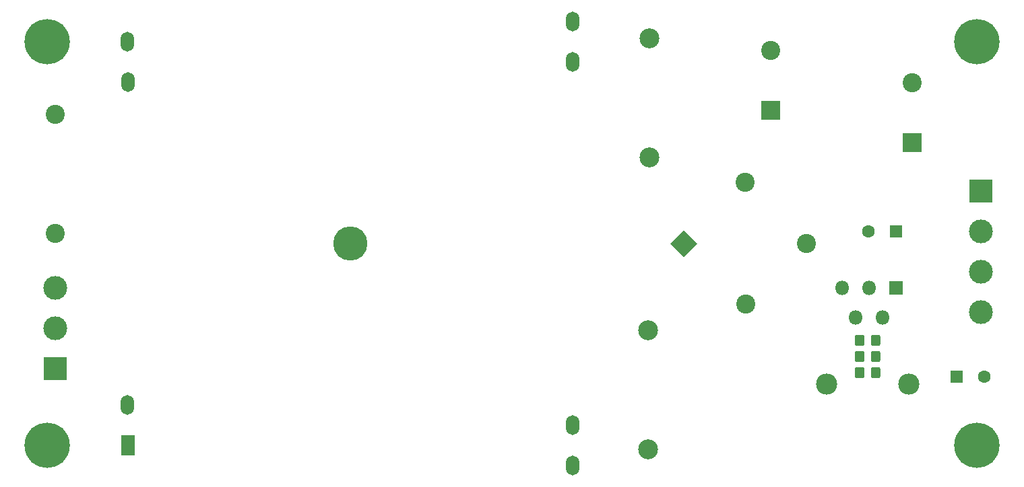
<source format=gbr>
%TF.GenerationSoftware,KiCad,Pcbnew,(5.1.9)-1*%
%TF.CreationDate,2021-06-27T18:44:15-04:00*%
%TF.ProjectId,C64PowerSupply,43363450-6f77-4657-9253-7570706c792e,A*%
%TF.SameCoordinates,Original*%
%TF.FileFunction,Soldermask,Bot*%
%TF.FilePolarity,Negative*%
%FSLAX46Y46*%
G04 Gerber Fmt 4.6, Leading zero omitted, Abs format (unit mm)*
G04 Created by KiCad (PCBNEW (5.1.9)-1) date 2021-06-27 18:44:15*
%MOMM*%
%LPD*%
G01*
G04 APERTURE LIST*
%ADD10C,3.000000*%
%ADD11R,3.000000X3.000000*%
%ADD12C,2.500000*%
%ADD13C,2.667000*%
%ADD14C,5.700000*%
%ADD15C,2.400000*%
%ADD16C,0.100000*%
%ADD17C,1.600000*%
%ADD18R,1.600000X1.600000*%
%ADD19O,1.800000X1.800000*%
%ADD20R,1.800000X1.800000*%
%ADD21R,2.400000X2.400000*%
%ADD22C,4.300000*%
%ADD23R,1.700000X2.500000*%
%ADD24O,1.700000X2.500000*%
G04 APERTURE END LIST*
D10*
%TO.C,J2*%
X191008000Y-105156000D03*
D11*
X191008000Y-89916000D03*
D10*
X191008000Y-100076000D03*
X191008000Y-94996000D03*
%TD*%
%TO.C,J1*%
X74676000Y-102108000D03*
X74676000Y-107188000D03*
D11*
X74676000Y-112268000D03*
%TD*%
D12*
%TO.C,F2*%
X149352000Y-70725000D03*
X149352000Y-85725000D03*
%TD*%
%TO.C,F1*%
X149225000Y-107428000D03*
X149225000Y-122428000D03*
%TD*%
D13*
%TO.C,HS1*%
X171640500Y-114198400D03*
X181927500Y-114198400D03*
%TD*%
D14*
%TO.C,H4*%
X73660000Y-121920000D03*
%TD*%
%TO.C,H3*%
X190500000Y-121920000D03*
%TD*%
%TO.C,H2*%
X190500000Y-71120000D03*
%TD*%
%TO.C,H1*%
X73660000Y-71120000D03*
%TD*%
D15*
%TO.C,D1*%
X161448175Y-104156753D03*
D16*
G36*
X153670000Y-94822944D02*
G01*
X155367056Y-96520000D01*
X153670000Y-98217056D01*
X151972944Y-96520000D01*
X153670000Y-94822944D01*
G37*
D15*
X161377464Y-88812536D03*
X169084928Y-96520000D03*
%TD*%
%TO.C,R3*%
G36*
G01*
X176384000Y-108261999D02*
X176384000Y-109162001D01*
G75*
G02*
X176134001Y-109412000I-249999J0D01*
G01*
X175433999Y-109412000D01*
G75*
G02*
X175184000Y-109162001I0J249999D01*
G01*
X175184000Y-108261999D01*
G75*
G02*
X175433999Y-108012000I249999J0D01*
G01*
X176134001Y-108012000D01*
G75*
G02*
X176384000Y-108261999I0J-249999D01*
G01*
G37*
G36*
G01*
X178384000Y-108261999D02*
X178384000Y-109162001D01*
G75*
G02*
X178134001Y-109412000I-249999J0D01*
G01*
X177433999Y-109412000D01*
G75*
G02*
X177184000Y-109162001I0J249999D01*
G01*
X177184000Y-108261999D01*
G75*
G02*
X177433999Y-108012000I249999J0D01*
G01*
X178134001Y-108012000D01*
G75*
G02*
X178384000Y-108261999I0J-249999D01*
G01*
G37*
%TD*%
%TO.C,R2*%
G36*
G01*
X177184000Y-111194001D02*
X177184000Y-110293999D01*
G75*
G02*
X177433999Y-110044000I249999J0D01*
G01*
X178134001Y-110044000D01*
G75*
G02*
X178384000Y-110293999I0J-249999D01*
G01*
X178384000Y-111194001D01*
G75*
G02*
X178134001Y-111444000I-249999J0D01*
G01*
X177433999Y-111444000D01*
G75*
G02*
X177184000Y-111194001I0J249999D01*
G01*
G37*
G36*
G01*
X175184000Y-111194001D02*
X175184000Y-110293999D01*
G75*
G02*
X175433999Y-110044000I249999J0D01*
G01*
X176134001Y-110044000D01*
G75*
G02*
X176384000Y-110293999I0J-249999D01*
G01*
X176384000Y-111194001D01*
G75*
G02*
X176134001Y-111444000I-249999J0D01*
G01*
X175433999Y-111444000D01*
G75*
G02*
X175184000Y-111194001I0J249999D01*
G01*
G37*
%TD*%
%TO.C,R1*%
G36*
G01*
X176384000Y-112325999D02*
X176384000Y-113226001D01*
G75*
G02*
X176134001Y-113476000I-249999J0D01*
G01*
X175433999Y-113476000D01*
G75*
G02*
X175184000Y-113226001I0J249999D01*
G01*
X175184000Y-112325999D01*
G75*
G02*
X175433999Y-112076000I249999J0D01*
G01*
X176134001Y-112076000D01*
G75*
G02*
X176384000Y-112325999I0J-249999D01*
G01*
G37*
G36*
G01*
X178384000Y-112325999D02*
X178384000Y-113226001D01*
G75*
G02*
X178134001Y-113476000I-249999J0D01*
G01*
X177433999Y-113476000D01*
G75*
G02*
X177184000Y-113226001I0J249999D01*
G01*
X177184000Y-112325999D01*
G75*
G02*
X177433999Y-112076000I249999J0D01*
G01*
X178134001Y-112076000D01*
G75*
G02*
X178384000Y-112325999I0J-249999D01*
G01*
G37*
%TD*%
D17*
%TO.C,C5*%
X191460000Y-113284000D03*
D18*
X187960000Y-113284000D03*
%TD*%
D19*
%TO.C,U1*%
X173540000Y-102108000D03*
X175240000Y-105808000D03*
X176940000Y-102108000D03*
X178640000Y-105808000D03*
D20*
X180340000Y-102108000D03*
%TD*%
D17*
%TO.C,C4*%
X176840000Y-94996000D03*
D18*
X180340000Y-94996000D03*
%TD*%
D15*
%TO.C,C3*%
X182372000Y-76320000D03*
D21*
X182372000Y-83820000D03*
%TD*%
D15*
%TO.C,C2*%
X164592000Y-72256000D03*
D21*
X164592000Y-79756000D03*
%TD*%
D15*
%TO.C,C1*%
X74676000Y-80250000D03*
X74676000Y-95250000D03*
%TD*%
D22*
%TO.C,TR1*%
X111760000Y-96520000D03*
D23*
X83820000Y-121920000D03*
D24*
X83790000Y-116840000D03*
X83790000Y-71120000D03*
X139700000Y-68580000D03*
X139700000Y-73660000D03*
X139700000Y-119380000D03*
X139730000Y-124460000D03*
X83820000Y-76200000D03*
%TD*%
M02*

</source>
